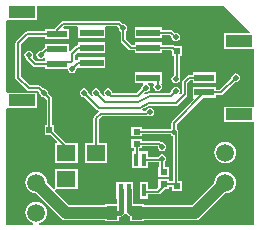
<source format=gtl>
%FSAX24Y24*%
%MOIN*%
G70*
G01*
G75*
G04 Layer_Physical_Order=1*
G04 Layer_Color=255*
%ADD10R,0.0866X0.0394*%
%ADD11R,0.0669X0.0236*%
%ADD12R,0.0236X0.0197*%
%ADD13R,0.0630X0.0551*%
%ADD14R,0.0169X0.0433*%
%ADD15R,0.0197X0.0217*%
%ADD16R,0.0354X0.0472*%
%ADD17R,0.0787X0.0236*%
%ADD18C,0.0080*%
%ADD19C,0.0400*%
%ADD20C,0.0160*%
%ADD21C,0.0598*%
%ADD22C,0.0181*%
G36*
X018221Y016524D02*
X018202Y016477D01*
X017378D01*
Y015964D01*
X018364D01*
X018377Y015919D01*
Y014081D01*
X018364Y014036D01*
X018327Y014036D01*
X017378D01*
Y013523D01*
X018327D01*
X018364Y013523D01*
X018377Y013478D01*
Y010103D01*
X011205D01*
X011194Y010150D01*
X011281Y010186D01*
X011356Y010244D01*
X011414Y010319D01*
X011450Y010406D01*
X011462Y010500D01*
X011450Y010594D01*
X011414Y010681D01*
X011356Y010756D01*
X011281Y010814D01*
X011194Y010850D01*
X011100Y010862D01*
X011006Y010850D01*
X010919Y010814D01*
X010844Y010756D01*
X010786Y010681D01*
X010750Y010594D01*
X010738Y010500D01*
X010750Y010406D01*
X010786Y010319D01*
X010844Y010244D01*
X010919Y010186D01*
X011006Y010150D01*
X010995Y010103D01*
X010103D01*
Y013970D01*
X010146Y013988D01*
X010153Y013988D01*
X011132D01*
Y014502D01*
X010153D01*
X010146Y014502D01*
X010103Y014520D01*
Y016903D01*
X010146Y016921D01*
X010146Y016921D01*
Y016921D01*
X010146Y016921D01*
X011132D01*
Y017397D01*
X017347D01*
X018221Y016524D01*
D02*
G37*
%LPC*%
G36*
X014628Y012962D02*
X014272D01*
Y012645D01*
X014357D01*
Y012540D01*
X014291D01*
Y011987D01*
X014836D01*
Y012171D01*
X015207D01*
Y012005D01*
X015172D01*
Y011688D01*
X015528D01*
Y012005D01*
X015393D01*
Y012192D01*
X015402Y012198D01*
X015433Y012245D01*
X015444Y012300D01*
X015433Y012355D01*
X015402Y012402D01*
X015355Y012433D01*
X015300Y012444D01*
X015245Y012433D01*
X015198Y012402D01*
X015168Y012356D01*
X014836D01*
Y012540D01*
X014543D01*
Y012645D01*
X014628D01*
Y012710D01*
X015147D01*
X015156Y012700D01*
X015167Y012645D01*
X015198Y012598D01*
X015245Y012567D01*
X015300Y012556D01*
X015355Y012567D01*
X015402Y012598D01*
X015433Y012645D01*
X015444Y012700D01*
X015433Y012755D01*
X015402Y012802D01*
X015355Y012833D01*
X015300Y012844D01*
X015289Y012842D01*
X015262Y012869D01*
X015232Y012889D01*
X015197Y012896D01*
X014628D01*
Y012962D01*
D02*
G37*
G36*
X017105Y015178D02*
X016315D01*
Y015093D01*
X016200D01*
X016164Y015086D01*
X016149Y015076D01*
X016134Y015066D01*
X015984Y014916D01*
X015964Y014886D01*
X015957Y014850D01*
Y014488D01*
X015903Y014434D01*
X015895Y014440D01*
X015895Y014440D01*
X015865Y014465D01*
X015865Y014466D01*
X015864Y014466D01*
X015864Y014466D01*
X015864Y014466D01*
X015867Y014471D01*
Y014471D01*
X015883Y014495D01*
X015894Y014550D01*
X015883Y014605D01*
X015852Y014652D01*
X015805Y014683D01*
X015750Y014694D01*
X015695Y014683D01*
X015648Y014652D01*
X015617Y014605D01*
X015606Y014550D01*
X015608Y014539D01*
X015562Y014493D01*
X014900D01*
X014897Y014492D01*
X014893Y014493D01*
X014879Y014489D01*
X014864Y014486D01*
X014862Y014484D01*
X014859Y014483D01*
X014709Y014408D01*
X014680Y014449D01*
X014739Y014508D01*
X014750Y014506D01*
X014805Y014517D01*
X014852Y014548D01*
X014883Y014595D01*
X014894Y014650D01*
X014883Y014705D01*
X014852Y014752D01*
X014822Y014772D01*
X014837Y014822D01*
X015001D01*
X015028Y014772D01*
X015017Y014755D01*
X015006Y014700D01*
X015017Y014645D01*
X015048Y014598D01*
X015095Y014567D01*
X015150Y014556D01*
X015205Y014567D01*
X015252Y014598D01*
X015283Y014645D01*
X015294Y014700D01*
X015283Y014755D01*
X015272Y014772D01*
X015299Y014822D01*
X015299D01*
Y015178D01*
X014391D01*
Y014822D01*
X014663D01*
X014678Y014772D01*
X014648Y014752D01*
X014617Y014705D01*
X014606Y014650D01*
X014608Y014639D01*
X014462Y014493D01*
X013650D01*
X013644Y014500D01*
X013633Y014555D01*
X013602Y014602D01*
X013555Y014633D01*
X013500Y014644D01*
X013445Y014633D01*
X013398Y014602D01*
X013367Y014555D01*
X013356Y014500D01*
X013367Y014445D01*
X013383Y014421D01*
X013383Y014421D01*
X013386Y014416D01*
X013386Y014416D01*
X013386Y014416D01*
X013385Y014416D01*
X013385Y014415D01*
X013355Y014390D01*
X013355Y014390D01*
X013347Y014384D01*
X013242Y014489D01*
X013244Y014500D01*
X013233Y014555D01*
X013202Y014602D01*
X013155Y014633D01*
X013100Y014644D01*
X013045Y014633D01*
X012998Y014602D01*
X012967Y014555D01*
X012956Y014500D01*
X012967Y014445D01*
X012983Y014421D01*
Y014421D01*
X012986Y014416D01*
X012986Y014416D01*
X012986Y014416D01*
X012985Y014416D01*
X012985Y014415D01*
X012955Y014390D01*
X012955Y014390D01*
X012947Y014384D01*
X012842Y014489D01*
X012844Y014500D01*
X012833Y014555D01*
X012802Y014602D01*
X012755Y014633D01*
X012700Y014644D01*
X012645Y014633D01*
X012598Y014602D01*
X012567Y014555D01*
X012556Y014500D01*
X012567Y014445D01*
X012598Y014398D01*
X012645Y014367D01*
X012700Y014356D01*
X012711Y014358D01*
X013134Y013934D01*
X013164Y013914D01*
X013167Y013914D01*
X013180Y013879D01*
X013179Y013860D01*
X013034Y013716D01*
X013014Y013686D01*
X013007Y013650D01*
Y012819D01*
X012717D01*
Y012147D01*
X013467D01*
Y012819D01*
X013193D01*
Y013612D01*
X013288Y013707D01*
X014750D01*
X014765Y013710D01*
X014779Y013712D01*
X014828Y013728D01*
X014845Y013717D01*
X014900Y013706D01*
X014955Y013717D01*
X015002Y013748D01*
X015033Y013795D01*
X015044Y013850D01*
X015033Y013905D01*
X015002Y013952D01*
X014955Y013983D01*
X014900Y013994D01*
X014845Y013983D01*
X014798Y013952D01*
X014767Y013905D01*
X014766Y013903D01*
X014735Y013893D01*
X014655D01*
X014643Y013943D01*
X014872Y014057D01*
X015750D01*
X015786Y014064D01*
X015816Y014084D01*
X016116Y014384D01*
X016126Y014399D01*
X016136Y014414D01*
X016143Y014450D01*
Y014812D01*
X016238Y014907D01*
X016315D01*
Y014822D01*
X017105D01*
Y015178D01*
D02*
G37*
G36*
X012483Y011953D02*
X011733D01*
Y011327D01*
Y011327D01*
X011733Y011324D01*
X011733Y011307D01*
Y011303D01*
Y011300D01*
X011731Y011299D01*
X011726Y011297D01*
X011721Y011294D01*
X011697Y011283D01*
X011697Y011283D01*
X011685Y011277D01*
X011462Y011500D01*
X011462Y011500D01*
X011450Y011594D01*
X011414Y011681D01*
X011356Y011756D01*
X011281Y011814D01*
X011194Y011850D01*
X011100Y011862D01*
X011006Y011850D01*
X010919Y011814D01*
X010844Y011756D01*
X010786Y011681D01*
X010750Y011594D01*
X010738Y011500D01*
X010750Y011406D01*
X010786Y011319D01*
X010844Y011244D01*
X010919Y011186D01*
X011006Y011150D01*
X011100Y011138D01*
X011100Y011138D01*
X011919Y010319D01*
X011919Y010319D01*
X012002Y010264D01*
X012100Y010244D01*
X012100Y010244D01*
X013399D01*
Y010204D01*
X013874D01*
Y010366D01*
X013900D01*
X013943Y010375D01*
X013951Y010377D01*
X013994Y010406D01*
X014019Y010430D01*
X014037Y010458D01*
X014055Y010464D01*
X014083Y010467D01*
X014097Y010464D01*
X014156Y010406D01*
X014199Y010377D01*
X014226Y010371D01*
Y010204D01*
X014701D01*
Y010244D01*
X016400D01*
X016400Y010244D01*
X016498Y010264D01*
X016581Y010319D01*
X017400Y011138D01*
X017400Y011138D01*
X017494Y011150D01*
X017581Y011186D01*
X017656Y011244D01*
X017714Y011319D01*
X017750Y011406D01*
X017762Y011500D01*
X017750Y011594D01*
X017714Y011681D01*
X017656Y011756D01*
X017581Y011814D01*
X017494Y011850D01*
X017400Y011862D01*
X017306Y011850D01*
X017219Y011814D01*
X017144Y011756D01*
X017086Y011681D01*
X017050Y011594D01*
X017038Y011500D01*
X017038Y011500D01*
X016294Y010756D01*
X014701D01*
Y010796D01*
X014314D01*
Y010963D01*
X014325D01*
Y011517D01*
X013779D01*
Y010963D01*
X013791D01*
Y010796D01*
X013399D01*
Y010756D01*
X012206D01*
X011729Y011233D01*
X011735Y011245D01*
X011735Y011245D01*
X011746Y011269D01*
X011748Y011275D01*
X011750Y011279D01*
X011751Y011281D01*
X011755D01*
X011758D01*
X011775Y011281D01*
X011779D01*
X011779D01*
X012483D01*
Y011953D01*
D02*
G37*
G36*
X017400Y012862D02*
X017306Y012850D01*
X017219Y012814D01*
X017144Y012756D01*
X017086Y012681D01*
X017050Y012594D01*
X017038Y012500D01*
X017050Y012406D01*
X017086Y012319D01*
X017144Y012244D01*
X017219Y012186D01*
X017306Y012150D01*
X017400Y012138D01*
X017494Y012150D01*
X017581Y012186D01*
X017656Y012244D01*
X017714Y012319D01*
X017750Y012406D01*
X017762Y012500D01*
X017750Y012594D01*
X017714Y012681D01*
X017656Y012756D01*
X017581Y012814D01*
X017494Y012850D01*
X017400Y012862D01*
D02*
G37*
G36*
X013409Y016178D02*
X012501D01*
Y016093D01*
X012500D01*
X012464Y016086D01*
X012434Y016066D01*
X012245Y015876D01*
X012204Y015888D01*
X012195Y015895D01*
Y016136D01*
X011405D01*
Y016032D01*
X011392Y016023D01*
X011261Y015892D01*
X011250Y015894D01*
X011195Y015883D01*
X011148Y015852D01*
X011117Y015805D01*
X011106Y015750D01*
X011117Y015695D01*
X011148Y015648D01*
X011195Y015617D01*
X011250Y015606D01*
X011305Y015617D01*
X011342Y015642D01*
X011347Y015645D01*
X011347Y015645D01*
X011347Y015644D01*
X011353Y015648D01*
X011361Y015648D01*
X011396Y015645D01*
X011397Y015644D01*
X011404Y015626D01*
X011405Y015601D01*
X011405Y015596D01*
Y015595D01*
Y015595D01*
Y015543D01*
X011088D01*
X010965Y015667D01*
X010983Y015695D01*
X010994Y015750D01*
X010983Y015805D01*
X010952Y015852D01*
X010905Y015883D01*
X010850Y015894D01*
X010795Y015883D01*
X010748Y015852D01*
X010717Y015805D01*
X010706Y015750D01*
X010717Y015695D01*
X010748Y015648D01*
X010759Y015641D01*
X010764Y015614D01*
X010784Y015584D01*
X010984Y015384D01*
X011014Y015364D01*
X011050Y015357D01*
X011405D01*
Y015288D01*
X012158D01*
X012167Y015245D01*
X012198Y015198D01*
X012245Y015167D01*
X012300Y015156D01*
X012355Y015167D01*
X012402Y015198D01*
X012433Y015245D01*
X012443Y015295D01*
X012456Y015306D01*
X012501Y015322D01*
D01*
Y015322D01*
X012501Y015322D01*
X013409D01*
Y015678D01*
X012501D01*
Y015593D01*
X012500D01*
X012464Y015586D01*
X012443Y015571D01*
X012414Y015580D01*
X012393Y015595D01*
Y015762D01*
X012455Y015824D01*
X012501Y015822D01*
Y015822D01*
X012501Y015822D01*
X013409D01*
Y016178D01*
D02*
G37*
G36*
X015299Y016678D02*
X014391D01*
Y016322D01*
X015299D01*
Y016407D01*
X015562D01*
X015608Y016361D01*
X015606Y016350D01*
X015617Y016295D01*
X015648Y016248D01*
X015695Y016217D01*
X015750Y016206D01*
X015805Y016217D01*
X015852Y016248D01*
X015883Y016295D01*
X015894Y016350D01*
X015883Y016405D01*
X015852Y016452D01*
X015805Y016483D01*
X015750Y016494D01*
X015739Y016492D01*
X015666Y016566D01*
X015636Y016586D01*
X015600Y016593D01*
X015299D01*
Y016678D01*
D02*
G37*
G36*
X013850Y016893D02*
X012000D01*
X011964Y016886D01*
X011934Y016866D01*
X011734Y016666D01*
X011714Y016636D01*
X011713Y016628D01*
X011405D01*
Y016543D01*
X010800D01*
X010764Y016536D01*
X010749Y016526D01*
X010734Y016516D01*
X010434Y016216D01*
X010414Y016186D01*
X010407Y016150D01*
Y015000D01*
X010414Y014964D01*
X010434Y014934D01*
X010784Y014584D01*
X010814Y014564D01*
X010830Y014561D01*
X010850Y014557D01*
X011162D01*
X011208Y014511D01*
X011206Y014500D01*
X011217Y014445D01*
X011248Y014398D01*
X011295Y014367D01*
X011350Y014356D01*
X011361Y014358D01*
X011451Y014268D01*
Y013418D01*
X011385D01*
Y013082D01*
X011580D01*
X011797Y012865D01*
X011778Y012819D01*
X011733D01*
Y012147D01*
X012483D01*
Y012819D01*
X012106D01*
X011702Y013223D01*
Y013418D01*
X011636D01*
Y014307D01*
X011629Y014342D01*
X011619Y014357D01*
X011609Y014372D01*
X011492Y014489D01*
X011494Y014500D01*
X011483Y014555D01*
X011452Y014602D01*
X011405Y014633D01*
X011350Y014644D01*
X011339Y014642D01*
X011266Y014716D01*
X011236Y014736D01*
X011200Y014743D01*
X010888D01*
X010593Y015038D01*
Y016112D01*
X010838Y016357D01*
X011405D01*
Y016272D01*
X012195D01*
Y016628D01*
X012025D01*
X012006Y016674D01*
X012038Y016707D01*
X012463D01*
X012501Y016678D01*
X012501Y016657D01*
Y016322D01*
X013409D01*
Y016657D01*
X013409Y016678D01*
X013447Y016707D01*
X013447Y016707D01*
X013812D01*
X013858Y016661D01*
X013856Y016650D01*
X013867Y016595D01*
X013898Y016548D01*
X013917Y016535D01*
Y016260D01*
X013921Y016243D01*
X013924Y016226D01*
X013924Y016225D01*
X013924Y016224D01*
X013934Y016210D01*
X013943Y016196D01*
X014193Y015936D01*
X014194Y015935D01*
X014194Y015934D01*
X014209Y015925D01*
X014223Y015915D01*
X014224Y015915D01*
X014224Y015914D01*
X014241Y015911D01*
X014258Y015907D01*
X014259Y015907D01*
X014260Y015907D01*
X014391D01*
Y015822D01*
X015299D01*
Y015907D01*
X015612D01*
X015635Y015884D01*
Y015732D01*
X015701D01*
Y015084D01*
X015695Y015083D01*
X015648Y015052D01*
X015617Y015005D01*
X015606Y014950D01*
X015617Y014895D01*
X015648Y014848D01*
X015695Y014817D01*
X015750Y014806D01*
X015805Y014817D01*
X015852Y014848D01*
X015883Y014895D01*
X015894Y014950D01*
X015886Y014992D01*
X015886Y014993D01*
Y015732D01*
X015952D01*
Y016068D01*
X015712D01*
X015686Y016086D01*
X015650Y016093D01*
X015299D01*
Y016178D01*
X014391D01*
Y016093D01*
X014299D01*
X014103Y016297D01*
Y016549D01*
X014133Y016595D01*
X014144Y016650D01*
X014133Y016705D01*
X014102Y016752D01*
X014055Y016783D01*
X014000Y016794D01*
X013989Y016792D01*
X013916Y016866D01*
X013886Y016886D01*
X013850Y016893D01*
D02*
G37*
G36*
X017750Y015144D02*
X017695Y015133D01*
X017648Y015102D01*
X017617Y015055D01*
X017606Y015000D01*
X017608Y014989D01*
X017219Y014601D01*
X017105D01*
Y014686D01*
X016315D01*
Y014330D01*
X016333D01*
X016352Y014284D01*
X015634Y013566D01*
X015614Y013536D01*
X015607Y013500D01*
Y013308D01*
X015598Y013302D01*
X015590Y013290D01*
X014628D01*
Y013355D01*
X014272D01*
Y013038D01*
X014628D01*
Y013104D01*
X015594D01*
X015598Y013098D01*
X015645Y013067D01*
X015657Y013064D01*
Y011568D01*
X015635D01*
Y011546D01*
X015528D01*
Y011612D01*
X015172D01*
Y011343D01*
X015122Y011293D01*
X014836D01*
Y011517D01*
X014547D01*
Y010963D01*
X014836D01*
Y011107D01*
X015160D01*
X015196Y011114D01*
X015226Y011134D01*
X015386Y011295D01*
X015528D01*
Y011360D01*
X015635D01*
Y011232D01*
X015952D01*
Y011568D01*
X015843D01*
Y013150D01*
X015839Y013171D01*
X015844Y013200D01*
X015833Y013255D01*
X015802Y013302D01*
X015793Y013308D01*
Y013462D01*
X016661Y014330D01*
X017105D01*
Y014415D01*
X017258D01*
X017293Y014422D01*
X017323Y014442D01*
X017739Y014858D01*
X017750Y014856D01*
X017805Y014867D01*
X017852Y014898D01*
X017883Y014945D01*
X017894Y015000D01*
X017883Y015055D01*
X017852Y015102D01*
X017805Y015133D01*
X017750Y015144D01*
D02*
G37*
%LPD*%
D10*
X010639Y017178D02*
D03*
Y014245D02*
D03*
X017871Y016220D02*
D03*
Y013780D02*
D03*
D11*
X011800Y016450D02*
D03*
Y015466D02*
D03*
Y015958D02*
D03*
Y014974D02*
D03*
X016710Y015000D02*
D03*
Y015492D02*
D03*
Y014508D02*
D03*
D12*
X014450Y013197D02*
D03*
Y012803D02*
D03*
X015350Y011453D02*
D03*
Y011847D02*
D03*
D13*
X012108Y012483D02*
D03*
X013092D02*
D03*
Y011617D02*
D03*
X012108D02*
D03*
D14*
X013924Y011240D02*
D03*
X014180D02*
D03*
X014436D02*
D03*
X014692D02*
D03*
Y012264D02*
D03*
X014436D02*
D03*
X014180D02*
D03*
X013924D02*
D03*
D15*
X016207Y011400D02*
D03*
X015793D02*
D03*
X011957Y013250D02*
D03*
X011543D02*
D03*
X016207Y015900D02*
D03*
X015793D02*
D03*
D16*
X013637Y010500D02*
D03*
X014463D02*
D03*
D17*
X012955Y016500D02*
D03*
Y016000D02*
D03*
Y015500D02*
D03*
Y015000D02*
D03*
X014845Y016500D02*
D03*
Y016000D02*
D03*
Y015500D02*
D03*
Y015000D02*
D03*
D18*
X011800Y016450D02*
Y016600D01*
X012000Y016800D01*
X010500Y016150D02*
X010800Y016450D01*
X011800D01*
X011250Y015750D02*
X011458Y015958D01*
X011800D01*
X014690Y011240D02*
X014700Y011200D01*
X010500Y015000D02*
Y016150D01*
X013850Y016800D02*
X014000Y016650D01*
X012000Y016800D02*
X013850D01*
X014010Y016260D02*
X014260Y016000D01*
X014010Y016260D02*
Y016650D01*
X014000D02*
X014010D01*
X014700Y011200D02*
X015160D01*
X010850Y015650D02*
Y015750D01*
Y015650D02*
X011050Y015450D01*
X011740D01*
X011800Y015510D01*
X013200Y014000D02*
X014550D01*
X014850Y014150D01*
X015750D01*
X016050Y014450D01*
Y014850D01*
X016200Y015000D01*
X016710D01*
X012700Y014500D02*
X013200Y014000D01*
X015600Y016500D02*
X015750Y016350D01*
X014970Y016500D02*
X015600D01*
X013100Y014500D02*
X013400Y014200D01*
X014500D01*
X014900Y014400D01*
X015600D02*
X015750Y014550D01*
X014900Y014400D02*
X015600D01*
X013500Y014500D02*
X013600Y014400D01*
X014500D01*
X014750Y014650D01*
X013100Y012490D02*
Y013650D01*
X013250Y013800D01*
X014750D01*
X014900Y013850D01*
X015150Y014700D02*
Y014900D01*
X014970Y015000D02*
X015150Y014900D01*
X010500Y015000D02*
X010850Y014650D01*
X011200D01*
X011350Y014500D01*
X014430Y012270D02*
X014450Y012290D01*
Y012803D01*
X012108Y012483D02*
Y012685D01*
X011543Y013250D02*
X012108Y012685D01*
X011543Y013250D02*
Y014307D01*
X011350Y014500D02*
X011543Y014307D01*
X012500Y016000D02*
X012955D01*
X012300Y015800D02*
X012500Y016000D01*
X012300Y015550D02*
Y015800D01*
X012260Y015510D02*
X012300Y015550D01*
X011800Y015510D02*
X012260D01*
X012500Y015500D02*
X012955D01*
X012300Y015300D02*
X012500Y015500D01*
X015793Y014993D02*
Y015900D01*
X015750Y014950D02*
X015793Y014993D01*
X015750Y015900D02*
X015793D01*
X015650Y016000D02*
X015750Y015900D01*
X014260Y016000D02*
X014845D01*
X015650D01*
X014450Y012803D02*
X015197D01*
X015300Y012700D01*
X015264Y012264D02*
X015300Y012300D01*
X014692Y012264D02*
X014706D01*
X015264D01*
X014690Y012270D02*
X014694Y012269D01*
X014706Y012264D01*
X015300Y011897D02*
Y012300D01*
Y011897D02*
X015350Y011847D01*
X015160Y011200D02*
X015350Y011390D01*
Y011453D01*
X015740D01*
X015750Y011443D01*
X015793Y011400D01*
X015750Y011443D02*
Y013150D01*
X015700Y013200D02*
X015750Y013150D01*
X014450Y013197D02*
X015697D01*
X015700Y013200D02*
Y013500D01*
X015697Y013197D02*
X015700Y013200D01*
X016710Y014508D02*
X016816D01*
X017258D01*
X016710Y014510D02*
X016710Y014510D01*
X016816Y014508D01*
X017258D02*
X017750Y015000D01*
X015700Y013500D02*
X016710Y014510D01*
D19*
X011100Y011500D02*
X012100Y010500D01*
X016400D02*
X017400Y011500D01*
X012100Y010500D02*
X013637D01*
X013637Y010500D01*
X014463Y010500D02*
X016400D01*
X014463Y010500D02*
X014463Y010500D01*
D20*
X014250Y010500D02*
X014463D01*
X014180Y010570D02*
X014250Y010500D01*
X014180Y010570D02*
Y011240D01*
X013924Y010524D02*
Y011240D01*
X013900Y010500D02*
X013924Y010524D01*
X013637Y010500D02*
X013900D01*
D21*
X011100Y010500D02*
D03*
Y011500D02*
D03*
Y012500D02*
D03*
X017400Y010500D02*
D03*
Y011500D02*
D03*
Y012500D02*
D03*
D22*
X016682Y015949D02*
D03*
X015000Y010859D02*
D03*
X013092Y011009D02*
D03*
X011731Y014641D02*
D03*
X011350Y014500D02*
D03*
X014000Y016650D02*
D03*
X017750Y015000D02*
D03*
X015750Y014950D02*
D03*
X014950Y011650D02*
D03*
X017100Y016850D02*
D03*
X011000Y015000D02*
D03*
X010600Y016750D02*
D03*
X017300Y015000D02*
D03*
X012600Y011000D02*
D03*
X014350Y014700D02*
D03*
X012500Y014000D02*
D03*
X010750Y013750D02*
D03*
X017750Y013250D02*
D03*
X016300Y012550D02*
D03*
X010850Y015750D02*
D03*
X011250D02*
D03*
X012700Y014500D02*
D03*
X015750Y016350D02*
D03*
X015300Y012300D02*
D03*
X013100Y014500D02*
D03*
X015750Y014550D02*
D03*
X013500Y014500D02*
D03*
X014750Y014650D02*
D03*
X014900Y013850D02*
D03*
X015150Y014700D02*
D03*
X015700Y013200D02*
D03*
X015300Y012700D02*
D03*
X012300Y015300D02*
D03*
X011650Y016850D02*
D03*
M02*

</source>
